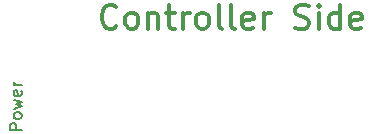
<source format=gto>
G04 #@! TF.GenerationSoftware,KiCad,Pcbnew,(5.1.9)-1*
G04 #@! TF.CreationDate,2021-08-06T09:53:28+02:00*
G04 #@! TF.ProjectId,Driver,44726976-6572-42e6-9b69-6361645f7063,rev?*
G04 #@! TF.SameCoordinates,Original*
G04 #@! TF.FileFunction,Legend,Top*
G04 #@! TF.FilePolarity,Positive*
%FSLAX46Y46*%
G04 Gerber Fmt 4.6, Leading zero omitted, Abs format (unit mm)*
G04 Created by KiCad (PCBNEW (5.1.9)-1) date 2021-08-06 09:53:28*
%MOMM*%
%LPD*%
G01*
G04 APERTURE LIST*
%ADD10C,0.150000*%
%ADD11C,0.300000*%
%ADD12C,0.600000*%
G04 APERTURE END LIST*
D10*
X124570284Y-89489781D02*
X123570284Y-89489781D01*
X123570284Y-89108829D01*
X123617904Y-89013591D01*
X123665523Y-88965971D01*
X123760761Y-88918352D01*
X123903618Y-88918352D01*
X123998856Y-88965971D01*
X124046475Y-89013591D01*
X124094094Y-89108829D01*
X124094094Y-89489781D01*
X124570284Y-88346924D02*
X124522665Y-88442162D01*
X124475046Y-88489781D01*
X124379808Y-88537400D01*
X124094094Y-88537400D01*
X123998856Y-88489781D01*
X123951237Y-88442162D01*
X123903618Y-88346924D01*
X123903618Y-88204067D01*
X123951237Y-88108829D01*
X123998856Y-88061210D01*
X124094094Y-88013591D01*
X124379808Y-88013591D01*
X124475046Y-88061210D01*
X124522665Y-88108829D01*
X124570284Y-88204067D01*
X124570284Y-88346924D01*
X123903618Y-87680257D02*
X124570284Y-87489781D01*
X124094094Y-87299305D01*
X124570284Y-87108829D01*
X123903618Y-86918352D01*
X124522665Y-86156448D02*
X124570284Y-86251686D01*
X124570284Y-86442162D01*
X124522665Y-86537400D01*
X124427427Y-86585019D01*
X124046475Y-86585019D01*
X123951237Y-86537400D01*
X123903618Y-86442162D01*
X123903618Y-86251686D01*
X123951237Y-86156448D01*
X124046475Y-86108829D01*
X124141713Y-86108829D01*
X124236951Y-86585019D01*
X124570284Y-85680257D02*
X123903618Y-85680257D01*
X124094094Y-85680257D02*
X123998856Y-85632638D01*
X123951237Y-85585019D01*
X123903618Y-85489781D01*
X123903618Y-85394543D01*
D11*
X132605999Y-80727876D02*
X132510761Y-80823114D01*
X132225046Y-80918352D01*
X132034570Y-80918352D01*
X131748856Y-80823114D01*
X131558380Y-80632638D01*
X131463142Y-80442162D01*
X131367904Y-80061210D01*
X131367904Y-79775495D01*
X131463142Y-79394543D01*
X131558380Y-79204067D01*
X131748856Y-79013591D01*
X132034570Y-78918352D01*
X132225046Y-78918352D01*
X132510761Y-79013591D01*
X132605999Y-79108829D01*
X133748856Y-80918352D02*
X133558380Y-80823114D01*
X133463142Y-80727876D01*
X133367904Y-80537400D01*
X133367904Y-79965971D01*
X133463142Y-79775495D01*
X133558380Y-79680257D01*
X133748856Y-79585019D01*
X134034570Y-79585019D01*
X134225046Y-79680257D01*
X134320284Y-79775495D01*
X134415523Y-79965971D01*
X134415523Y-80537400D01*
X134320284Y-80727876D01*
X134225046Y-80823114D01*
X134034570Y-80918352D01*
X133748856Y-80918352D01*
X135272665Y-79585019D02*
X135272665Y-80918352D01*
X135272665Y-79775495D02*
X135367904Y-79680257D01*
X135558380Y-79585019D01*
X135844094Y-79585019D01*
X136034570Y-79680257D01*
X136129808Y-79870733D01*
X136129808Y-80918352D01*
X136796475Y-79585019D02*
X137558380Y-79585019D01*
X137082189Y-78918352D02*
X137082189Y-80632638D01*
X137177427Y-80823114D01*
X137367904Y-80918352D01*
X137558380Y-80918352D01*
X138225046Y-80918352D02*
X138225046Y-79585019D01*
X138225046Y-79965971D02*
X138320284Y-79775495D01*
X138415523Y-79680257D01*
X138605999Y-79585019D01*
X138796475Y-79585019D01*
X139748856Y-80918352D02*
X139558380Y-80823114D01*
X139463142Y-80727876D01*
X139367904Y-80537400D01*
X139367904Y-79965971D01*
X139463142Y-79775495D01*
X139558380Y-79680257D01*
X139748856Y-79585019D01*
X140034570Y-79585019D01*
X140225046Y-79680257D01*
X140320284Y-79775495D01*
X140415523Y-79965971D01*
X140415523Y-80537400D01*
X140320284Y-80727876D01*
X140225046Y-80823114D01*
X140034570Y-80918352D01*
X139748856Y-80918352D01*
X141558380Y-80918352D02*
X141367904Y-80823114D01*
X141272665Y-80632638D01*
X141272665Y-78918352D01*
X142605999Y-80918352D02*
X142415523Y-80823114D01*
X142320284Y-80632638D01*
X142320284Y-78918352D01*
X144129808Y-80823114D02*
X143939332Y-80918352D01*
X143558380Y-80918352D01*
X143367904Y-80823114D01*
X143272665Y-80632638D01*
X143272665Y-79870733D01*
X143367904Y-79680257D01*
X143558380Y-79585019D01*
X143939332Y-79585019D01*
X144129808Y-79680257D01*
X144225046Y-79870733D01*
X144225046Y-80061210D01*
X143272665Y-80251686D01*
X145082189Y-80918352D02*
X145082189Y-79585019D01*
X145082189Y-79965971D02*
X145177427Y-79775495D01*
X145272665Y-79680257D01*
X145463142Y-79585019D01*
X145653618Y-79585019D01*
X147748856Y-80823114D02*
X148034570Y-80918352D01*
X148510761Y-80918352D01*
X148701237Y-80823114D01*
X148796475Y-80727876D01*
X148891713Y-80537400D01*
X148891713Y-80346924D01*
X148796475Y-80156448D01*
X148701237Y-80061210D01*
X148510761Y-79965971D01*
X148129808Y-79870733D01*
X147939332Y-79775495D01*
X147844094Y-79680257D01*
X147748856Y-79489781D01*
X147748856Y-79299305D01*
X147844094Y-79108829D01*
X147939332Y-79013591D01*
X148129808Y-78918352D01*
X148605999Y-78918352D01*
X148891713Y-79013591D01*
X149748856Y-80918352D02*
X149748856Y-79585019D01*
X149748856Y-78918352D02*
X149653618Y-79013591D01*
X149748856Y-79108829D01*
X149844094Y-79013591D01*
X149748856Y-78918352D01*
X149748856Y-79108829D01*
X151558380Y-80918352D02*
X151558380Y-78918352D01*
X151558380Y-80823114D02*
X151367904Y-80918352D01*
X150986951Y-80918352D01*
X150796475Y-80823114D01*
X150701237Y-80727876D01*
X150605999Y-80537400D01*
X150605999Y-79965971D01*
X150701237Y-79775495D01*
X150796475Y-79680257D01*
X150986951Y-79585019D01*
X151367904Y-79585019D01*
X151558380Y-79680257D01*
X153272665Y-80823114D02*
X153082189Y-80918352D01*
X152701237Y-80918352D01*
X152510761Y-80823114D01*
X152415523Y-80632638D01*
X152415523Y-79870733D01*
X152510761Y-79680257D01*
X152701237Y-79585019D01*
X153082189Y-79585019D01*
X153272665Y-79680257D01*
X153367904Y-79870733D01*
X153367904Y-80061210D01*
X152415523Y-80251686D01*
%LPC*%
D12*
X162617904Y-82513591D03*
M02*

</source>
